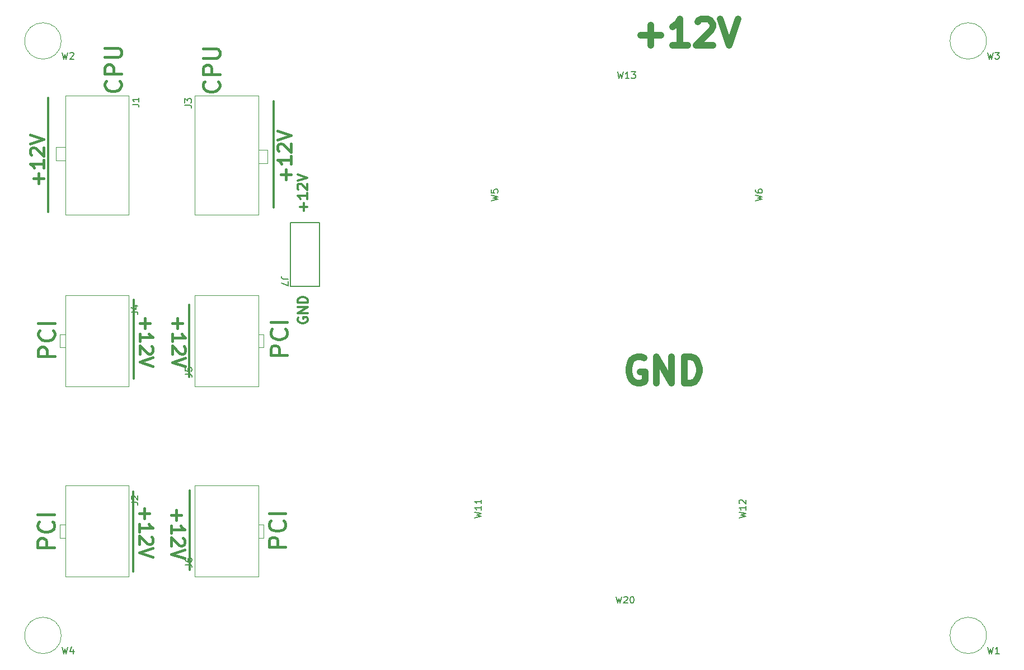
<source format=gbr>
G04 #@! TF.GenerationSoftware,KiCad,Pcbnew,(5.0.1)-3*
G04 #@! TF.CreationDate,2019-09-13T18:10:52+02:00*
G04 #@! TF.ProjectId,discovery,646973636F766572792E6B696361645F,rev?*
G04 #@! TF.SameCoordinates,PX4c4b360PY85843d4*
G04 #@! TF.FileFunction,Legend,Top*
G04 #@! TF.FilePolarity,Positive*
%FSLAX46Y46*%
G04 Gerber Fmt 4.6, Leading zero omitted, Abs format (unit mm)*
G04 Created by KiCad (PCBNEW (5.0.1)-3) date 13/09/2019 18:10:52*
%MOMM*%
%LPD*%
G01*
G04 APERTURE LIST*
%ADD10C,0.300000*%
%ADD11C,1.000000*%
%ADD12C,0.400000*%
%ADD13C,0.100000*%
%ADD14C,0.120000*%
%ADD15C,0.200000*%
%ADD16C,0.150000*%
G04 APERTURE END LIST*
D10*
X38630160Y48110283D02*
X38558731Y47967426D01*
X38558731Y47753140D01*
X38630160Y47538855D01*
X38773017Y47395998D01*
X38915874Y47324569D01*
X39201588Y47253140D01*
X39415874Y47253140D01*
X39701588Y47324569D01*
X39844445Y47395998D01*
X39987302Y47538855D01*
X40058731Y47753140D01*
X40058731Y47895998D01*
X39987302Y48110283D01*
X39915874Y48181712D01*
X39415874Y48181712D01*
X39415874Y47895998D01*
X40058731Y48824569D02*
X38558731Y48824569D01*
X40058731Y49681712D01*
X38558731Y49681712D01*
X40058731Y50395998D02*
X38558731Y50395998D01*
X38558731Y50753140D01*
X38630160Y50967426D01*
X38773017Y51110283D01*
X38915874Y51181712D01*
X39201588Y51253140D01*
X39415874Y51253140D01*
X39701588Y51181712D01*
X39844445Y51110283D01*
X39987302Y50967426D01*
X40058731Y50753140D01*
X40058731Y50395998D01*
X39436502Y64309003D02*
X39436502Y65451860D01*
X40007931Y64880432D02*
X38865074Y64880432D01*
X40007931Y66951860D02*
X40007931Y66094718D01*
X40007931Y66523289D02*
X38507931Y66523289D01*
X38722217Y66380432D01*
X38865074Y66237575D01*
X38936502Y66094718D01*
X38650788Y67523289D02*
X38579360Y67594718D01*
X38507931Y67737575D01*
X38507931Y68094718D01*
X38579360Y68237575D01*
X38650788Y68309003D01*
X38793645Y68380432D01*
X38936502Y68380432D01*
X39150788Y68309003D01*
X40007931Y67451860D01*
X40007931Y68380432D01*
X38507931Y68809003D02*
X40007931Y69309003D01*
X38507931Y69809003D01*
D11*
X90919680Y42022780D02*
X90538728Y42213257D01*
X89967300Y42213257D01*
X89395871Y42022780D01*
X89014919Y41641828D01*
X88824442Y41260876D01*
X88633966Y40498971D01*
X88633966Y39927542D01*
X88824442Y39165638D01*
X89014919Y38784685D01*
X89395871Y38403733D01*
X89967300Y38213257D01*
X90348252Y38213257D01*
X90919680Y38403733D01*
X91110157Y38594209D01*
X91110157Y39927542D01*
X90348252Y39927542D01*
X92824442Y38213257D02*
X92824442Y42213257D01*
X95110157Y38213257D01*
X95110157Y42213257D01*
X97014919Y38213257D02*
X97014919Y42213257D01*
X97967300Y42213257D01*
X98538728Y42022780D01*
X98919680Y41641828D01*
X99110157Y41260876D01*
X99300633Y40498971D01*
X99300633Y39927542D01*
X99110157Y39165638D01*
X98919680Y38784685D01*
X98538728Y38403733D01*
X97967300Y38213257D01*
X97014919Y38213257D01*
D12*
X20170942Y18996230D02*
X20170942Y17472420D01*
X19409038Y18234325D02*
X20932847Y18234325D01*
X19409038Y15472420D02*
X19409038Y16615278D01*
X19409038Y16043849D02*
X21409038Y16043849D01*
X21123323Y16234325D01*
X20932847Y16424801D01*
X20837609Y16615278D01*
X21218561Y14710516D02*
X21313800Y14615278D01*
X21409038Y14424801D01*
X21409038Y13948611D01*
X21313800Y13758135D01*
X21218561Y13662897D01*
X21028085Y13567659D01*
X20837609Y13567659D01*
X20551895Y13662897D01*
X19409038Y14805754D01*
X19409038Y13567659D01*
X21409038Y12996230D02*
X19409038Y12329563D01*
X21409038Y11662897D01*
X15380542Y19237530D02*
X15380542Y17713720D01*
X14618638Y18475625D02*
X16142447Y18475625D01*
X14618638Y15713720D02*
X14618638Y16856578D01*
X14618638Y16285149D02*
X16618638Y16285149D01*
X16332923Y16475625D01*
X16142447Y16666101D01*
X16047209Y16856578D01*
X16428161Y14951816D02*
X16523400Y14856578D01*
X16618638Y14666101D01*
X16618638Y14189911D01*
X16523400Y13999435D01*
X16428161Y13904197D01*
X16237685Y13808959D01*
X16047209Y13808959D01*
X15761495Y13904197D01*
X14618638Y15047054D01*
X14618638Y13808959D01*
X16618638Y13237530D02*
X14618638Y12570863D01*
X16618638Y11904197D01*
X20328382Y48033510D02*
X20328382Y46509700D01*
X19566478Y47271605D02*
X21090287Y47271605D01*
X19566478Y44509700D02*
X19566478Y45652558D01*
X19566478Y45081129D02*
X21566478Y45081129D01*
X21280763Y45271605D01*
X21090287Y45462081D01*
X20995049Y45652558D01*
X21376001Y43747796D02*
X21471240Y43652558D01*
X21566478Y43462081D01*
X21566478Y42985891D01*
X21471240Y42795415D01*
X21376001Y42700177D01*
X21185525Y42604939D01*
X20995049Y42604939D01*
X20709335Y42700177D01*
X19566478Y43843034D01*
X19566478Y42604939D01*
X21566478Y42033510D02*
X19566478Y41366843D01*
X21566478Y40700177D01*
X15388162Y48063990D02*
X15388162Y46540180D01*
X14626258Y47302085D02*
X16150067Y47302085D01*
X14626258Y44540180D02*
X14626258Y45683038D01*
X14626258Y45111609D02*
X16626258Y45111609D01*
X16340543Y45302085D01*
X16150067Y45492561D01*
X16054829Y45683038D01*
X16435781Y43778276D02*
X16531020Y43683038D01*
X16626258Y43492561D01*
X16626258Y43016371D01*
X16531020Y42825895D01*
X16435781Y42730657D01*
X16245305Y42635419D01*
X16054829Y42635419D01*
X15769115Y42730657D01*
X14626258Y43873514D01*
X14626258Y42635419D01*
X16626258Y42063990D02*
X14626258Y41397323D01*
X16626258Y40730657D01*
X36748177Y69017331D02*
X36748177Y70541140D01*
X37510081Y69779236D02*
X35986272Y69779236D01*
X37510081Y72541140D02*
X37510081Y71398283D01*
X37510081Y71969712D02*
X35510081Y71969712D01*
X35795796Y71779236D01*
X35986272Y71588760D01*
X36081510Y71398283D01*
X35700558Y73303045D02*
X35605320Y73398283D01*
X35510081Y73588760D01*
X35510081Y74064950D01*
X35605320Y74255426D01*
X35700558Y74350664D01*
X35891034Y74445902D01*
X36081510Y74445902D01*
X36367224Y74350664D01*
X37510081Y73207807D01*
X37510081Y74445902D01*
X35510081Y75017331D02*
X37510081Y75683998D01*
X35510081Y76350664D01*
X-693963Y68417891D02*
X-693963Y69941700D01*
X67941Y69179796D02*
X-1455868Y69179796D01*
X67941Y71941700D02*
X67941Y70798843D01*
X67941Y71370272D02*
X-1932059Y71370272D01*
X-1646344Y71179796D01*
X-1455868Y70989320D01*
X-1360630Y70798843D01*
X-1741582Y72703605D02*
X-1836820Y72798843D01*
X-1932059Y72989320D01*
X-1932059Y73465510D01*
X-1836820Y73655986D01*
X-1741582Y73751224D01*
X-1551106Y73846462D01*
X-1360630Y73846462D01*
X-1074916Y73751224D01*
X67941Y72608367D01*
X67941Y73846462D01*
X-1932059Y74417891D02*
X67941Y75084558D01*
X-1932059Y75751224D01*
D10*
X34915320Y80857100D02*
X34915320Y64799220D01*
X797980Y81420980D02*
X797980Y64113420D01*
X22132240Y50079920D02*
X22132240Y39112200D01*
X13759060Y38916620D02*
X13759060Y50793660D01*
X13613280Y9658360D02*
X13613280Y21764000D01*
X22228960Y9932680D02*
X22228960Y21941800D01*
D11*
X90475680Y90824086D02*
X93523300Y90824086D01*
X91999490Y89300277D02*
X91999490Y92347896D01*
X97523300Y89300277D02*
X95237585Y89300277D01*
X96380442Y89300277D02*
X96380442Y93300277D01*
X95999490Y92728848D01*
X95618538Y92347896D01*
X95237585Y92157420D01*
X99047109Y92919324D02*
X99237585Y93109800D01*
X99618538Y93300277D01*
X100570919Y93300277D01*
X100951871Y93109800D01*
X101142347Y92919324D01*
X101332823Y92538372D01*
X101332823Y92157420D01*
X101142347Y91585991D01*
X98856633Y89300277D01*
X101332823Y89300277D01*
X102475680Y93300277D02*
X103809014Y89300277D01*
X105142347Y93300277D01*
D12*
X36702532Y13432160D02*
X34202532Y13432160D01*
X34202532Y14384541D01*
X34321580Y14622637D01*
X34440627Y14741684D01*
X34678722Y14860732D01*
X35035865Y14860732D01*
X35273960Y14741684D01*
X35393008Y14622637D01*
X35512056Y14384541D01*
X35512056Y13432160D01*
X36464437Y17360732D02*
X36583484Y17241684D01*
X36702532Y16884541D01*
X36702532Y16646446D01*
X36583484Y16289303D01*
X36345389Y16051208D01*
X36107294Y15932160D01*
X35631103Y15813113D01*
X35273960Y15813113D01*
X34797770Y15932160D01*
X34559675Y16051208D01*
X34321580Y16289303D01*
X34202532Y16646446D01*
X34202532Y16884541D01*
X34321580Y17241684D01*
X34440627Y17360732D01*
X36702532Y18432160D02*
X34202532Y18432160D01*
X1714032Y13279760D02*
X-785968Y13279760D01*
X-785968Y14232141D01*
X-666920Y14470237D01*
X-547873Y14589284D01*
X-309778Y14708332D01*
X47365Y14708332D01*
X285460Y14589284D01*
X404508Y14470237D01*
X523556Y14232141D01*
X523556Y13279760D01*
X1475937Y17208332D02*
X1594984Y17089284D01*
X1714032Y16732141D01*
X1714032Y16494046D01*
X1594984Y16136903D01*
X1356889Y15898808D01*
X1118794Y15779760D01*
X642603Y15660713D01*
X285460Y15660713D01*
X-190730Y15779760D01*
X-428825Y15898808D01*
X-666920Y16136903D01*
X-785968Y16494046D01*
X-785968Y16732141D01*
X-666920Y17089284D01*
X-547873Y17208332D01*
X1714032Y18279760D02*
X-785968Y18279760D01*
X36948912Y42454200D02*
X34448912Y42454200D01*
X34448912Y43406581D01*
X34567960Y43644677D01*
X34687007Y43763724D01*
X34925102Y43882772D01*
X35282245Y43882772D01*
X35520340Y43763724D01*
X35639388Y43644677D01*
X35758436Y43406581D01*
X35758436Y42454200D01*
X36710817Y46382772D02*
X36829864Y46263724D01*
X36948912Y45906581D01*
X36948912Y45668486D01*
X36829864Y45311343D01*
X36591769Y45073248D01*
X36353674Y44954200D01*
X35877483Y44835153D01*
X35520340Y44835153D01*
X35044150Y44954200D01*
X34806055Y45073248D01*
X34567960Y45311343D01*
X34448912Y45668486D01*
X34448912Y45906581D01*
X34567960Y46263724D01*
X34687007Y46382772D01*
X36948912Y47454200D02*
X34448912Y47454200D01*
X1785152Y42245920D02*
X-714848Y42245920D01*
X-714848Y43198301D01*
X-595800Y43436397D01*
X-476753Y43555444D01*
X-238658Y43674492D01*
X118485Y43674492D01*
X356580Y43555444D01*
X475628Y43436397D01*
X594676Y43198301D01*
X594676Y42245920D01*
X1547057Y46174492D02*
X1666104Y46055444D01*
X1785152Y45698301D01*
X1785152Y45460206D01*
X1666104Y45103063D01*
X1428009Y44864968D01*
X1189914Y44745920D01*
X713723Y44626873D01*
X356580Y44626873D01*
X-119610Y44745920D01*
X-357705Y44864968D01*
X-595800Y45103063D01*
X-714848Y45460206D01*
X-714848Y45698301D01*
X-595800Y46055444D01*
X-476753Y46174492D01*
X1785152Y47245920D02*
X-714848Y47245920D01*
X26494937Y83849126D02*
X26613984Y83730079D01*
X26733032Y83372936D01*
X26733032Y83134840D01*
X26613984Y82777698D01*
X26375889Y82539602D01*
X26137794Y82420555D01*
X25661603Y82301507D01*
X25304460Y82301507D01*
X24828270Y82420555D01*
X24590175Y82539602D01*
X24352080Y82777698D01*
X24233032Y83134840D01*
X24233032Y83372936D01*
X24352080Y83730079D01*
X24471127Y83849126D01*
X26733032Y84920555D02*
X24233032Y84920555D01*
X24233032Y85872936D01*
X24352080Y86111031D01*
X24471127Y86230079D01*
X24709222Y86349126D01*
X25066365Y86349126D01*
X25304460Y86230079D01*
X25423508Y86111031D01*
X25542556Y85872936D01*
X25542556Y84920555D01*
X24233032Y87420555D02*
X26256841Y87420555D01*
X26494937Y87539602D01*
X26613984Y87658650D01*
X26733032Y87896745D01*
X26733032Y88372936D01*
X26613984Y88611031D01*
X26494937Y88730079D01*
X26256841Y88849126D01*
X24233032Y88849126D01*
X11615617Y83950726D02*
X11734664Y83831679D01*
X11853712Y83474536D01*
X11853712Y83236440D01*
X11734664Y82879298D01*
X11496569Y82641202D01*
X11258474Y82522155D01*
X10782283Y82403107D01*
X10425140Y82403107D01*
X9948950Y82522155D01*
X9710855Y82641202D01*
X9472760Y82879298D01*
X9353712Y83236440D01*
X9353712Y83474536D01*
X9472760Y83831679D01*
X9591807Y83950726D01*
X11853712Y85022155D02*
X9353712Y85022155D01*
X9353712Y85974536D01*
X9472760Y86212631D01*
X9591807Y86331679D01*
X9829902Y86450726D01*
X10187045Y86450726D01*
X10425140Y86331679D01*
X10544188Y86212631D01*
X10663236Y85974536D01*
X10663236Y85022155D01*
X9353712Y87522155D02*
X11377521Y87522155D01*
X11615617Y87641202D01*
X11734664Y87760250D01*
X11853712Y87998345D01*
X11853712Y88474536D01*
X11734664Y88712631D01*
X11615617Y88831679D01*
X11377521Y88950726D01*
X9353712Y88950726D01*
D13*
G04 #@! TO.C,J1*
X13000160Y63702260D02*
X3400160Y63702260D01*
X13000160Y63702260D02*
X13000160Y81702260D01*
X13000160Y81702260D02*
X3400160Y81702260D01*
X3400160Y63702260D02*
X3400160Y81702260D01*
X2000160Y71902260D02*
X3400160Y71902260D01*
X2000160Y71902260D02*
X2000160Y73902260D01*
X2000160Y73902260D02*
X3400160Y73902260D01*
G04 #@! TO.C,J2*
X3400160Y22669660D02*
X3400160Y8869660D01*
X13000160Y22669660D02*
X3400160Y22669660D01*
X13000160Y8869660D02*
X13000160Y22669660D01*
X3400160Y8869660D02*
X13000160Y8869660D01*
X2600160Y16769660D02*
X3400160Y16769660D01*
X2600160Y14769660D02*
X2600160Y16769660D01*
X3400160Y14769660D02*
X2600160Y14769660D01*
G04 #@! TO.C,J3*
X34000160Y71502260D02*
X32600160Y71502260D01*
X34000160Y73502260D02*
X34000160Y71502260D01*
X34000160Y73502260D02*
X32600160Y73502260D01*
X32600160Y81702260D02*
X32600160Y63702260D01*
X23000160Y63702260D02*
X32600160Y63702260D01*
X23000160Y81702260D02*
X23000160Y63702260D01*
X23000160Y81702260D02*
X32600160Y81702260D01*
G04 #@! TO.C,J4*
X3400160Y43602260D02*
X2600160Y43602260D01*
X2600160Y43602260D02*
X2600160Y45602260D01*
X2600160Y45602260D02*
X3400160Y45602260D01*
X3400160Y37702260D02*
X13000160Y37702260D01*
X13000160Y37702260D02*
X13000160Y51502260D01*
X13000160Y51502260D02*
X3400160Y51502260D01*
X3400160Y51502260D02*
X3400160Y37702260D01*
G04 #@! TO.C,J5*
X32600160Y37702260D02*
X32600160Y51502260D01*
X23000160Y37702260D02*
X32600160Y37702260D01*
X23000160Y51502260D02*
X23000160Y37702260D01*
X32600160Y51502260D02*
X23000160Y51502260D01*
X33400160Y43602260D02*
X32600160Y43602260D01*
X33400160Y45602260D02*
X33400160Y43602260D01*
X32600160Y45602260D02*
X33400160Y45602260D01*
G04 #@! TO.C,J6*
X32600160Y16769660D02*
X33400160Y16769660D01*
X33400160Y16769660D02*
X33400160Y14769660D01*
X33400160Y14769660D02*
X32600160Y14769660D01*
X32600160Y22669660D02*
X23000160Y22669660D01*
X23000160Y22669660D02*
X23000160Y8869660D01*
X23000160Y8869660D02*
X32600160Y8869660D01*
X32600160Y8869660D02*
X32600160Y22669660D01*
D14*
G04 #@! TO.C,W1*
X142750160Y2260D02*
G75*
G03X142750160Y2260I-2750000J0D01*
G01*
G04 #@! TO.C,W2*
X2750160Y90002260D02*
G75*
G03X2750160Y90002260I-2750000J0D01*
G01*
G04 #@! TO.C,W3*
X142750160Y90002260D02*
G75*
G03X142750160Y90002260I-2750000J0D01*
G01*
G04 #@! TO.C,W4*
X2750160Y2260D02*
G75*
G03X2750160Y2260I-2750000J0D01*
G01*
D15*
G04 #@! TO.C,J7*
X37440940Y52829460D02*
X37440940Y62479460D01*
X37440940Y62479460D02*
X41810940Y62479460D01*
X41810940Y52829460D02*
X41810940Y62479460D01*
X37440940Y52829460D02*
X41810940Y52829460D01*
G04 #@! TO.C,W13*
D16*
X86931247Y85330440D02*
X87169342Y84330440D01*
X87359819Y85044725D01*
X87550295Y84330440D01*
X87788390Y85330440D01*
X88693152Y84330440D02*
X88121723Y84330440D01*
X88407438Y84330440D02*
X88407438Y85330440D01*
X88312200Y85187582D01*
X88216961Y85092344D01*
X88121723Y85044725D01*
X89026485Y85330440D02*
X89645533Y85330440D01*
X89312200Y84949487D01*
X89455057Y84949487D01*
X89550295Y84901868D01*
X89597914Y84854249D01*
X89645533Y84759011D01*
X89645533Y84520916D01*
X89597914Y84425678D01*
X89550295Y84378059D01*
X89455057Y84330440D01*
X89169342Y84330440D01*
X89074104Y84378059D01*
X89026485Y84425678D01*
G04 #@! TO.C,W20*
X86715547Y5894000D02*
X86953642Y4894000D01*
X87144119Y5608285D01*
X87334595Y4894000D01*
X87572690Y5894000D01*
X87906023Y5798761D02*
X87953642Y5846380D01*
X88048880Y5894000D01*
X88286976Y5894000D01*
X88382214Y5846380D01*
X88429833Y5798761D01*
X88477452Y5703523D01*
X88477452Y5608285D01*
X88429833Y5465428D01*
X87858404Y4894000D01*
X88477452Y4894000D01*
X89096500Y5894000D02*
X89191738Y5894000D01*
X89286976Y5846380D01*
X89334595Y5798761D01*
X89382214Y5703523D01*
X89429833Y5513047D01*
X89429833Y5274952D01*
X89382214Y5084476D01*
X89334595Y4989238D01*
X89286976Y4941619D01*
X89191738Y4894000D01*
X89096500Y4894000D01*
X89001261Y4941619D01*
X88953642Y4989238D01*
X88906023Y5084476D01*
X88858404Y5274952D01*
X88858404Y5513047D01*
X88906023Y5703523D01*
X88953642Y5798761D01*
X89001261Y5846380D01*
X89096500Y5894000D01*
G04 #@! TO.C,J1*
X13529500Y80371687D02*
X14243786Y80371687D01*
X14386643Y80324068D01*
X14481881Y80228830D01*
X14529500Y80085973D01*
X14529500Y79990735D01*
X14529500Y81371687D02*
X14529500Y80800259D01*
X14529500Y81085973D02*
X13529500Y81085973D01*
X13672358Y80990735D01*
X13767596Y80895497D01*
X13815215Y80800259D01*
G04 #@! TO.C,J2*
X13366940Y20156827D02*
X14081226Y20156827D01*
X14224083Y20109208D01*
X14319321Y20013970D01*
X14366940Y19871113D01*
X14366940Y19775875D01*
X13462179Y20585399D02*
X13414560Y20633018D01*
X13366940Y20728256D01*
X13366940Y20966351D01*
X13414560Y21061589D01*
X13462179Y21109208D01*
X13557417Y21156827D01*
X13652655Y21156827D01*
X13795512Y21109208D01*
X14366940Y20537780D01*
X14366940Y21156827D01*
G04 #@! TO.C,J3*
X21482260Y80276727D02*
X22196546Y80276727D01*
X22339403Y80229108D01*
X22434641Y80133870D01*
X22482260Y79991013D01*
X22482260Y79895775D01*
X21482260Y80657680D02*
X21482260Y81276727D01*
X21863213Y80943394D01*
X21863213Y81086251D01*
X21910832Y81181489D01*
X21958451Y81229108D01*
X22053689Y81276727D01*
X22291784Y81276727D01*
X22387022Y81229108D01*
X22434641Y81181489D01*
X22482260Y81086251D01*
X22482260Y80800537D01*
X22434641Y80705299D01*
X22387022Y80657680D01*
G04 #@! TO.C,J4*
X13366940Y48989427D02*
X14081226Y48989427D01*
X14224083Y48941808D01*
X14319321Y48846570D01*
X14366940Y48703713D01*
X14366940Y48608475D01*
X13700274Y49894189D02*
X14366940Y49894189D01*
X13319321Y49656094D02*
X14033607Y49417999D01*
X14033607Y50037046D01*
G04 #@! TO.C,J5*
X21538140Y39548427D02*
X22252426Y39548427D01*
X22395283Y39500808D01*
X22490521Y39405570D01*
X22538140Y39262713D01*
X22538140Y39167475D01*
X21538140Y40500808D02*
X21538140Y40024618D01*
X22014331Y39976999D01*
X21966712Y40024618D01*
X21919093Y40119856D01*
X21919093Y40357951D01*
X21966712Y40453189D01*
X22014331Y40500808D01*
X22109569Y40548427D01*
X22347664Y40548427D01*
X22442902Y40500808D01*
X22490521Y40453189D01*
X22538140Y40357951D01*
X22538140Y40119856D01*
X22490521Y40024618D01*
X22442902Y39976999D01*
G04 #@! TO.C,J6*
X21538140Y10715827D02*
X22252426Y10715827D01*
X22395283Y10668208D01*
X22490521Y10572970D01*
X22538140Y10430113D01*
X22538140Y10334875D01*
X21538140Y11620589D02*
X21538140Y11430113D01*
X21585760Y11334875D01*
X21633379Y11287256D01*
X21776236Y11192018D01*
X21966712Y11144399D01*
X22347664Y11144399D01*
X22442902Y11192018D01*
X22490521Y11239637D01*
X22538140Y11334875D01*
X22538140Y11525351D01*
X22490521Y11620589D01*
X22442902Y11668208D01*
X22347664Y11715827D01*
X22109569Y11715827D01*
X22014331Y11668208D01*
X21966712Y11620589D01*
X21919093Y11525351D01*
X21919093Y11334875D01*
X21966712Y11239637D01*
X22014331Y11192018D01*
X22109569Y11144399D01*
G04 #@! TO.C,W1*
X142914178Y-1742360D02*
X143152273Y-2742360D01*
X143342749Y-2028075D01*
X143533225Y-2742360D01*
X143771320Y-1742360D01*
X144676082Y-2742360D02*
X144104654Y-2742360D01*
X144390368Y-2742360D02*
X144390368Y-1742360D01*
X144295130Y-1885218D01*
X144199892Y-1980456D01*
X144104654Y-2028075D01*
G04 #@! TO.C,W2*
X2914178Y88257640D02*
X3152273Y87257640D01*
X3342749Y87971925D01*
X3533225Y87257640D01*
X3771320Y88257640D01*
X4104654Y88162401D02*
X4152273Y88210020D01*
X4247511Y88257640D01*
X4485606Y88257640D01*
X4580844Y88210020D01*
X4628463Y88162401D01*
X4676082Y88067163D01*
X4676082Y87971925D01*
X4628463Y87829068D01*
X4057035Y87257640D01*
X4676082Y87257640D01*
G04 #@! TO.C,W3*
X142914178Y88257640D02*
X143152273Y87257640D01*
X143342749Y87971925D01*
X143533225Y87257640D01*
X143771320Y88257640D01*
X144057035Y88257640D02*
X144676082Y88257640D01*
X144342749Y87876687D01*
X144485606Y87876687D01*
X144580844Y87829068D01*
X144628463Y87781449D01*
X144676082Y87686211D01*
X144676082Y87448116D01*
X144628463Y87352878D01*
X144580844Y87305259D01*
X144485606Y87257640D01*
X144199892Y87257640D01*
X144104654Y87305259D01*
X144057035Y87352878D01*
G04 #@! TO.C,W4*
X2914178Y-1742360D02*
X3152273Y-2742360D01*
X3342749Y-2028075D01*
X3533225Y-2742360D01*
X3771320Y-1742360D01*
X4580844Y-2075694D02*
X4580844Y-2742360D01*
X4342749Y-1694741D02*
X4104654Y-2409027D01*
X4723701Y-2409027D01*
G04 #@! TO.C,W5*
X67837740Y65791359D02*
X68837740Y66029454D01*
X68123455Y66219930D01*
X68837740Y66410406D01*
X67837740Y66648501D01*
X67837740Y67505644D02*
X67837740Y67029454D01*
X68313931Y66981835D01*
X68266312Y67029454D01*
X68218693Y67124692D01*
X68218693Y67362787D01*
X68266312Y67458025D01*
X68313931Y67505644D01*
X68409169Y67553263D01*
X68647264Y67553263D01*
X68742502Y67505644D01*
X68790121Y67458025D01*
X68837740Y67362787D01*
X68837740Y67124692D01*
X68790121Y67029454D01*
X68742502Y66981835D01*
G04 #@! TO.C,W6*
X107837740Y65791359D02*
X108837740Y66029454D01*
X108123455Y66219930D01*
X108837740Y66410406D01*
X107837740Y66648501D01*
X107837740Y67458025D02*
X107837740Y67267549D01*
X107885360Y67172311D01*
X107932979Y67124692D01*
X108075836Y67029454D01*
X108266312Y66981835D01*
X108647264Y66981835D01*
X108742502Y67029454D01*
X108790121Y67077073D01*
X108837740Y67172311D01*
X108837740Y67362787D01*
X108790121Y67458025D01*
X108742502Y67505644D01*
X108647264Y67553263D01*
X108409169Y67553263D01*
X108313931Y67505644D01*
X108266312Y67458025D01*
X108218693Y67362787D01*
X108218693Y67172311D01*
X108266312Y67077073D01*
X108313931Y67029454D01*
X108409169Y66981835D01*
G04 #@! TO.C,W11*
X65337740Y17815168D02*
X66337740Y18053263D01*
X65623455Y18243740D01*
X66337740Y18434216D01*
X65337740Y18672311D01*
X66337740Y19577073D02*
X66337740Y19005644D01*
X66337740Y19291359D02*
X65337740Y19291359D01*
X65480598Y19196120D01*
X65575836Y19100882D01*
X65623455Y19005644D01*
X66337740Y20529454D02*
X66337740Y19958025D01*
X66337740Y20243740D02*
X65337740Y20243740D01*
X65480598Y20148501D01*
X65575836Y20053263D01*
X65623455Y19958025D01*
G04 #@! TO.C,W12*
X105337740Y17815168D02*
X106337740Y18053263D01*
X105623455Y18243740D01*
X106337740Y18434216D01*
X105337740Y18672311D01*
X106337740Y19577073D02*
X106337740Y19005644D01*
X106337740Y19291359D02*
X105337740Y19291359D01*
X105480598Y19196120D01*
X105575836Y19100882D01*
X105623455Y19005644D01*
X105432979Y19958025D02*
X105385360Y20005644D01*
X105337740Y20100882D01*
X105337740Y20338978D01*
X105385360Y20434216D01*
X105432979Y20481835D01*
X105528217Y20529454D01*
X105623455Y20529454D01*
X105766312Y20481835D01*
X106337740Y19910406D01*
X106337740Y20529454D01*
G04 #@! TO.C,J7*
X37075359Y53955274D02*
X36361073Y53955274D01*
X36218216Y54002893D01*
X36122978Y54098131D01*
X36075359Y54240988D01*
X36075359Y54336226D01*
X37075359Y53574321D02*
X37075359Y52907655D01*
X36075359Y53336226D01*
G04 #@! TD*
M02*

</source>
